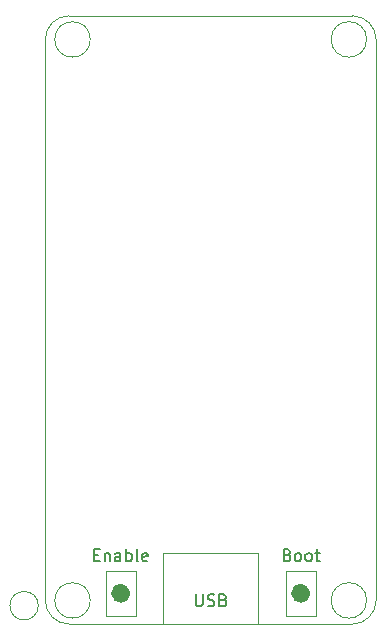
<source format=gbr>
%TF.GenerationSoftware,KiCad,Pcbnew,(5.1.9-0-10_14)*%
%TF.CreationDate,2021-05-04T15:56:22-07:00*%
%TF.ProjectId,fm-streamer,666d2d73-7472-4656-916d-65722e6b6963,rev?*%
%TF.SameCoordinates,Original*%
%TF.FileFunction,Legend,Top*%
%TF.FilePolarity,Positive*%
%FSLAX46Y46*%
G04 Gerber Fmt 4.6, Leading zero omitted, Abs format (unit mm)*
G04 Created by KiCad (PCBNEW (5.1.9-0-10_14)) date 2021-05-04 15:56:22*
%MOMM*%
%LPD*%
G01*
G04 APERTURE LIST*
%ADD10C,0.120000*%
%ADD11C,1.000000*%
%ADD12C,0.150000*%
G04 APERTURE END LIST*
D10*
%TO.C,U1*%
X119500000Y-70460000D02*
G75*
G03*
X119500000Y-70460000I-1500000J0D01*
G01*
X142900000Y-70460000D02*
G75*
G03*
X142900000Y-70460000I-1500000J0D01*
G01*
X143700000Y-117960000D02*
X143700000Y-70460000D01*
X115700000Y-70460000D02*
X115700000Y-117960000D01*
X117700000Y-119960000D02*
X141700000Y-119960000D01*
X117700000Y-68460000D02*
X141700000Y-68460000D01*
X119500000Y-117960000D02*
G75*
G03*
X119500000Y-117960000I-1500000J0D01*
G01*
X142900000Y-117960000D02*
G75*
G03*
X142900000Y-117960000I-1500000J0D01*
G01*
X125700000Y-113960000D02*
X125700000Y-119960000D01*
X133700000Y-113960000D02*
X133700000Y-119960000D01*
X125700000Y-113960000D02*
X133700000Y-113960000D01*
X136050000Y-115450000D02*
X138590000Y-115450000D01*
X138590000Y-115450000D02*
X138590000Y-119260000D01*
X138590000Y-119260000D02*
X136050000Y-119260000D01*
X136050000Y-119260000D02*
X136050000Y-115450000D01*
X123350000Y-119260000D02*
X120810000Y-119260000D01*
X120810000Y-119260000D02*
X120810000Y-115450000D01*
X120810000Y-115450000D02*
X123350000Y-115450000D01*
X123350000Y-115450000D02*
X123350000Y-119260000D01*
D11*
X122380000Y-117355000D02*
G75*
G03*
X122380000Y-117355000I-300000J0D01*
G01*
X137620000Y-117355000D02*
G75*
G03*
X137620000Y-117355000I-300000J0D01*
G01*
D10*
X143700000Y-117960000D02*
G75*
G02*
X141700000Y-119960000I-2000000J0D01*
G01*
X117700000Y-119960000D02*
G75*
G02*
X115700000Y-117960000I0J2000000D01*
G01*
X115700000Y-70460000D02*
G75*
G02*
X117700000Y-68460000I2000000J0D01*
G01*
X141700000Y-68460000D02*
G75*
G02*
X143700000Y-70460000I0J-2000000D01*
G01*
%TO.C,TP1*%
X115100000Y-118400000D02*
G75*
G03*
X115100000Y-118400000I-1200000J0D01*
G01*
%TO.C,U1*%
D12*
X119818095Y-114108571D02*
X120151428Y-114108571D01*
X120294285Y-114632380D02*
X119818095Y-114632380D01*
X119818095Y-113632380D01*
X120294285Y-113632380D01*
X120722857Y-113965714D02*
X120722857Y-114632380D01*
X120722857Y-114060952D02*
X120770476Y-114013333D01*
X120865714Y-113965714D01*
X121008571Y-113965714D01*
X121103809Y-114013333D01*
X121151428Y-114108571D01*
X121151428Y-114632380D01*
X122056190Y-114632380D02*
X122056190Y-114108571D01*
X122008571Y-114013333D01*
X121913333Y-113965714D01*
X121722857Y-113965714D01*
X121627619Y-114013333D01*
X122056190Y-114584761D02*
X121960952Y-114632380D01*
X121722857Y-114632380D01*
X121627619Y-114584761D01*
X121580000Y-114489523D01*
X121580000Y-114394285D01*
X121627619Y-114299047D01*
X121722857Y-114251428D01*
X121960952Y-114251428D01*
X122056190Y-114203809D01*
X122532380Y-114632380D02*
X122532380Y-113632380D01*
X122532380Y-114013333D02*
X122627619Y-113965714D01*
X122818095Y-113965714D01*
X122913333Y-114013333D01*
X122960952Y-114060952D01*
X123008571Y-114156190D01*
X123008571Y-114441904D01*
X122960952Y-114537142D01*
X122913333Y-114584761D01*
X122818095Y-114632380D01*
X122627619Y-114632380D01*
X122532380Y-114584761D01*
X123580000Y-114632380D02*
X123484761Y-114584761D01*
X123437142Y-114489523D01*
X123437142Y-113632380D01*
X124341904Y-114584761D02*
X124246666Y-114632380D01*
X124056190Y-114632380D01*
X123960952Y-114584761D01*
X123913333Y-114489523D01*
X123913333Y-114108571D01*
X123960952Y-114013333D01*
X124056190Y-113965714D01*
X124246666Y-113965714D01*
X124341904Y-114013333D01*
X124389523Y-114108571D01*
X124389523Y-114203809D01*
X123913333Y-114299047D01*
X136200952Y-114108571D02*
X136343809Y-114156190D01*
X136391428Y-114203809D01*
X136439047Y-114299047D01*
X136439047Y-114441904D01*
X136391428Y-114537142D01*
X136343809Y-114584761D01*
X136248571Y-114632380D01*
X135867619Y-114632380D01*
X135867619Y-113632380D01*
X136200952Y-113632380D01*
X136296190Y-113680000D01*
X136343809Y-113727619D01*
X136391428Y-113822857D01*
X136391428Y-113918095D01*
X136343809Y-114013333D01*
X136296190Y-114060952D01*
X136200952Y-114108571D01*
X135867619Y-114108571D01*
X137010476Y-114632380D02*
X136915238Y-114584761D01*
X136867619Y-114537142D01*
X136820000Y-114441904D01*
X136820000Y-114156190D01*
X136867619Y-114060952D01*
X136915238Y-114013333D01*
X137010476Y-113965714D01*
X137153333Y-113965714D01*
X137248571Y-114013333D01*
X137296190Y-114060952D01*
X137343809Y-114156190D01*
X137343809Y-114441904D01*
X137296190Y-114537142D01*
X137248571Y-114584761D01*
X137153333Y-114632380D01*
X137010476Y-114632380D01*
X137915238Y-114632380D02*
X137820000Y-114584761D01*
X137772380Y-114537142D01*
X137724761Y-114441904D01*
X137724761Y-114156190D01*
X137772380Y-114060952D01*
X137820000Y-114013333D01*
X137915238Y-113965714D01*
X138058095Y-113965714D01*
X138153333Y-114013333D01*
X138200952Y-114060952D01*
X138248571Y-114156190D01*
X138248571Y-114441904D01*
X138200952Y-114537142D01*
X138153333Y-114584761D01*
X138058095Y-114632380D01*
X137915238Y-114632380D01*
X138534285Y-113965714D02*
X138915238Y-113965714D01*
X138677142Y-113632380D02*
X138677142Y-114489523D01*
X138724761Y-114584761D01*
X138820000Y-114632380D01*
X138915238Y-114632380D01*
X128438095Y-117442380D02*
X128438095Y-118251904D01*
X128485714Y-118347142D01*
X128533333Y-118394761D01*
X128628571Y-118442380D01*
X128819047Y-118442380D01*
X128914285Y-118394761D01*
X128961904Y-118347142D01*
X129009523Y-118251904D01*
X129009523Y-117442380D01*
X129438095Y-118394761D02*
X129580952Y-118442380D01*
X129819047Y-118442380D01*
X129914285Y-118394761D01*
X129961904Y-118347142D01*
X130009523Y-118251904D01*
X130009523Y-118156666D01*
X129961904Y-118061428D01*
X129914285Y-118013809D01*
X129819047Y-117966190D01*
X129628571Y-117918571D01*
X129533333Y-117870952D01*
X129485714Y-117823333D01*
X129438095Y-117728095D01*
X129438095Y-117632857D01*
X129485714Y-117537619D01*
X129533333Y-117490000D01*
X129628571Y-117442380D01*
X129866666Y-117442380D01*
X130009523Y-117490000D01*
X130771428Y-117918571D02*
X130914285Y-117966190D01*
X130961904Y-118013809D01*
X131009523Y-118109047D01*
X131009523Y-118251904D01*
X130961904Y-118347142D01*
X130914285Y-118394761D01*
X130819047Y-118442380D01*
X130438095Y-118442380D01*
X130438095Y-117442380D01*
X130771428Y-117442380D01*
X130866666Y-117490000D01*
X130914285Y-117537619D01*
X130961904Y-117632857D01*
X130961904Y-117728095D01*
X130914285Y-117823333D01*
X130866666Y-117870952D01*
X130771428Y-117918571D01*
X130438095Y-117918571D01*
%TD*%
M02*

</source>
